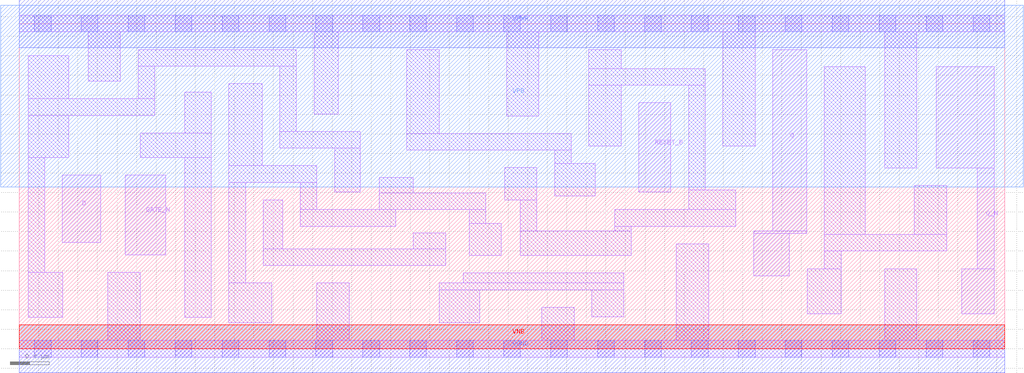
<source format=lef>
# Copyright 2020 The SkyWater PDK Authors
#
# Licensed under the Apache License, Version 2.0 (the "License");
# you may not use this file except in compliance with the License.
# You may obtain a copy of the License at
#
#     https://www.apache.org/licenses/LICENSE-2.0
#
# Unless required by applicable law or agreed to in writing, software
# distributed under the License is distributed on an "AS IS" BASIS,
# WITHOUT WARRANTIES OR CONDITIONS OF ANY KIND, either express or implied.
# See the License for the specific language governing permissions and
# limitations under the License.
#
# SPDX-License-Identifier: Apache-2.0

VERSION 5.7 ;
  NOWIREEXTENSIONATPIN ON ;
  DIVIDERCHAR "/" ;
  BUSBITCHARS "[]" ;
MACRO sky130_fd_sc_lp__dlrbn_lp
  CLASS CORE ;
  FOREIGN sky130_fd_sc_lp__dlrbn_lp ;
  ORIGIN  0.000000  0.000000 ;
  SIZE  10.08000 BY  3.330000 ;
  SYMMETRY X Y R90 ;
  SITE unit ;
  PIN D
    ANTENNAGATEAREA  0.376000 ;
    DIRECTION INPUT ;
    USE SIGNAL ;
    PORT
      LAYER li1 ;
        RECT 0.440000 1.090000 0.835000 1.780000 ;
    END
  END D
  PIN Q
    ANTENNADIFFAREA  0.402600 ;
    DIRECTION OUTPUT ;
    USE SIGNAL ;
    PORT
      LAYER li1 ;
        RECT 7.510000 0.745000 7.875000 1.180000 ;
        RECT 7.510000 1.180000 8.055000 1.205000 ;
        RECT 7.705000 1.205000 8.055000 3.065000 ;
    END
  END Q
  PIN Q_N
    ANTENNADIFFAREA  0.402600 ;
    DIRECTION OUTPUT ;
    USE SIGNAL ;
    PORT
      LAYER li1 ;
        RECT 9.380000 1.850000 9.970000 2.890000 ;
        RECT 9.640000 0.360000 9.970000 0.820000 ;
        RECT 9.800000 0.820000 9.970000 1.850000 ;
    END
  END Q_N
  PIN RESET_B
    ANTENNAGATEAREA  0.313000 ;
    DIRECTION INPUT ;
    USE SIGNAL ;
    PORT
      LAYER li1 ;
        RECT 6.335000 1.605000 6.665000 2.520000 ;
    END
  END RESET_B
  PIN GATE_N
    ANTENNAGATEAREA  0.376000 ;
    DIRECTION INPUT ;
    USE CLOCK ;
    PORT
      LAYER li1 ;
        RECT 1.085000 0.960000 1.500000 1.780000 ;
    END
  END GATE_N
  PIN VGND
    DIRECTION INOUT ;
    USE GROUND ;
    PORT
      LAYER met1 ;
        RECT 0.000000 -0.245000 10.080000 0.245000 ;
    END
  END VGND
  PIN VNB
    DIRECTION INOUT ;
    USE GROUND ;
    PORT
      LAYER pwell ;
        RECT 0.000000 0.000000 10.080000 0.245000 ;
    END
  END VNB
  PIN VPB
    DIRECTION INOUT ;
    USE POWER ;
    PORT
      LAYER nwell ;
        RECT -0.190000 1.655000 10.270000 3.520000 ;
    END
  END VPB
  PIN VPWR
    DIRECTION INOUT ;
    USE POWER ;
    PORT
      LAYER met1 ;
        RECT 0.000000 3.085000 10.080000 3.575000 ;
    END
  END VPWR
  OBS
    LAYER li1 ;
      RECT 0.000000 -0.085000 10.080000 0.085000 ;
      RECT 0.000000  3.245000 10.080000 3.415000 ;
      RECT 0.090000  0.320000  0.445000 0.780000 ;
      RECT 0.090000  0.780000  0.260000 1.960000 ;
      RECT 0.090000  1.960000  0.505000 2.390000 ;
      RECT 0.090000  2.390000  1.385000 2.560000 ;
      RECT 0.090000  2.560000  0.505000 3.000000 ;
      RECT 0.705000  2.740000  1.035000 3.245000 ;
      RECT 0.905000  0.085000  1.235000 0.780000 ;
      RECT 1.215000  2.560000  1.385000 2.895000 ;
      RECT 1.215000  2.895000  2.835000 3.065000 ;
      RECT 1.235000  1.960000  1.965000 2.210000 ;
      RECT 1.695000  0.320000  1.965000 1.960000 ;
      RECT 1.695000  2.210000  1.965000 2.630000 ;
      RECT 2.145000  0.265000  2.585000 0.675000 ;
      RECT 2.145000  0.675000  2.315000 1.705000 ;
      RECT 2.145000  1.705000  3.045000 1.875000 ;
      RECT 2.145000  1.875000  2.485000 2.715000 ;
      RECT 2.495000  0.855000  4.360000 1.025000 ;
      RECT 2.495000  1.025000  2.695000 1.525000 ;
      RECT 2.665000  2.055000  3.490000 2.225000 ;
      RECT 2.665000  2.225000  2.835000 2.895000 ;
      RECT 2.875000  1.255000  3.850000 1.425000 ;
      RECT 2.875000  1.425000  3.045000 1.705000 ;
      RECT 3.015000  2.405000  3.265000 3.245000 ;
      RECT 3.045000  0.085000  3.375000 0.675000 ;
      RECT 3.225000  1.605000  3.490000 2.055000 ;
      RECT 3.680000  1.425000  4.770000 1.595000 ;
      RECT 3.680000  1.595000  4.030000 1.755000 ;
      RECT 3.965000  2.035000  5.645000 2.205000 ;
      RECT 3.965000  2.205000  4.295000 3.065000 ;
      RECT 4.030000  1.025000  4.360000 1.185000 ;
      RECT 4.295000  0.265000  4.710000 0.605000 ;
      RECT 4.295000  0.605000  6.185000 0.675000 ;
      RECT 4.540000  0.675000  6.185000 0.775000 ;
      RECT 4.600000  0.955000  4.930000 1.285000 ;
      RECT 4.600000  1.285000  4.770000 1.425000 ;
      RECT 4.965000  1.525000  5.295000 1.855000 ;
      RECT 4.985000  2.385000  5.315000 3.245000 ;
      RECT 5.125000  0.955000  6.260000 1.205000 ;
      RECT 5.125000  1.205000  5.295000 1.525000 ;
      RECT 5.345000  0.085000  5.675000 0.425000 ;
      RECT 5.475000  1.565000  5.890000 1.895000 ;
      RECT 5.475000  1.895000  5.645000 2.035000 ;
      RECT 5.825000  2.075000  6.155000 2.700000 ;
      RECT 5.825000  2.700000  7.015000 2.870000 ;
      RECT 5.825000  2.870000  6.155000 3.065000 ;
      RECT 5.855000  0.325000  6.185000 0.605000 ;
      RECT 6.090000  1.205000  6.260000 1.255000 ;
      RECT 6.090000  1.255000  7.330000 1.425000 ;
      RECT 6.720000  0.085000  7.050000 1.075000 ;
      RECT 6.845000  1.425000  7.330000 1.625000 ;
      RECT 6.845000  1.625000  7.015000 2.700000 ;
      RECT 7.195000  2.075000  7.525000 3.245000 ;
      RECT 8.060000  0.360000  8.405000 0.820000 ;
      RECT 8.235000  0.820000  8.405000 1.000000 ;
      RECT 8.235000  1.000000  9.485000 1.170000 ;
      RECT 8.235000  1.170000  8.650000 2.890000 ;
      RECT 8.850000  0.085000  9.180000 0.820000 ;
      RECT 8.850000  1.850000  9.180000 3.245000 ;
      RECT 9.155000  1.170000  9.485000 1.670000 ;
    LAYER mcon ;
      RECT 0.155000 -0.085000 0.325000 0.085000 ;
      RECT 0.155000  3.245000 0.325000 3.415000 ;
      RECT 0.635000 -0.085000 0.805000 0.085000 ;
      RECT 0.635000  3.245000 0.805000 3.415000 ;
      RECT 1.115000 -0.085000 1.285000 0.085000 ;
      RECT 1.115000  3.245000 1.285000 3.415000 ;
      RECT 1.595000 -0.085000 1.765000 0.085000 ;
      RECT 1.595000  3.245000 1.765000 3.415000 ;
      RECT 2.075000 -0.085000 2.245000 0.085000 ;
      RECT 2.075000  3.245000 2.245000 3.415000 ;
      RECT 2.555000 -0.085000 2.725000 0.085000 ;
      RECT 2.555000  3.245000 2.725000 3.415000 ;
      RECT 3.035000 -0.085000 3.205000 0.085000 ;
      RECT 3.035000  3.245000 3.205000 3.415000 ;
      RECT 3.515000 -0.085000 3.685000 0.085000 ;
      RECT 3.515000  3.245000 3.685000 3.415000 ;
      RECT 3.995000 -0.085000 4.165000 0.085000 ;
      RECT 3.995000  3.245000 4.165000 3.415000 ;
      RECT 4.475000 -0.085000 4.645000 0.085000 ;
      RECT 4.475000  3.245000 4.645000 3.415000 ;
      RECT 4.955000 -0.085000 5.125000 0.085000 ;
      RECT 4.955000  3.245000 5.125000 3.415000 ;
      RECT 5.435000 -0.085000 5.605000 0.085000 ;
      RECT 5.435000  3.245000 5.605000 3.415000 ;
      RECT 5.915000 -0.085000 6.085000 0.085000 ;
      RECT 5.915000  3.245000 6.085000 3.415000 ;
      RECT 6.395000 -0.085000 6.565000 0.085000 ;
      RECT 6.395000  3.245000 6.565000 3.415000 ;
      RECT 6.875000 -0.085000 7.045000 0.085000 ;
      RECT 6.875000  3.245000 7.045000 3.415000 ;
      RECT 7.355000 -0.085000 7.525000 0.085000 ;
      RECT 7.355000  3.245000 7.525000 3.415000 ;
      RECT 7.835000 -0.085000 8.005000 0.085000 ;
      RECT 7.835000  3.245000 8.005000 3.415000 ;
      RECT 8.315000 -0.085000 8.485000 0.085000 ;
      RECT 8.315000  3.245000 8.485000 3.415000 ;
      RECT 8.795000 -0.085000 8.965000 0.085000 ;
      RECT 8.795000  3.245000 8.965000 3.415000 ;
      RECT 9.275000 -0.085000 9.445000 0.085000 ;
      RECT 9.275000  3.245000 9.445000 3.415000 ;
      RECT 9.755000 -0.085000 9.925000 0.085000 ;
      RECT 9.755000  3.245000 9.925000 3.415000 ;
  END
END sky130_fd_sc_lp__dlrbn_lp
END LIBRARY

</source>
